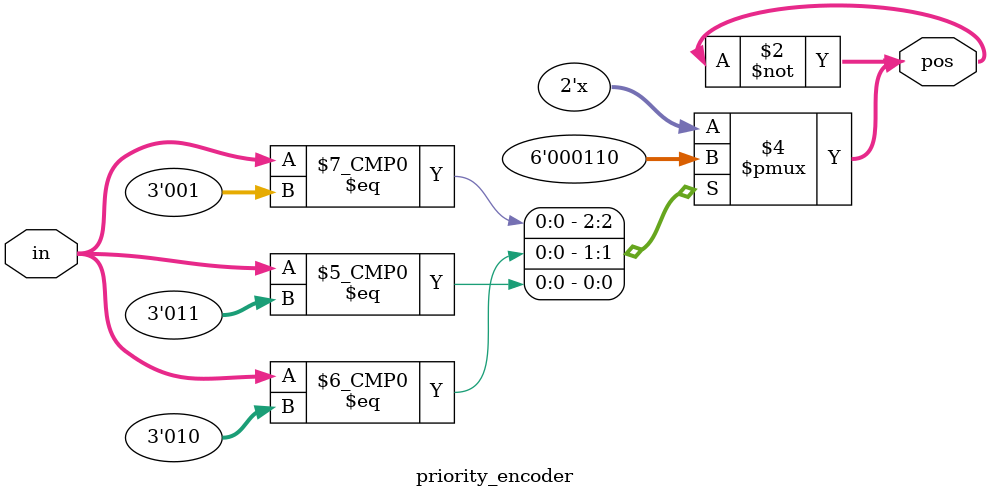
<source format=v>
module priority_encoder( 
input [2:0] in,
output reg [1:0] pos ); 
// When sel=1, assign b to out
// and sel=0, assign a to out
always @(*)
case (in)
2'b00:
#1 pos = 2'bxx;
2'b01:
#1 pos = 2'b00;
2'b10:
#1 pos = 2'b01;
2'b11:
#1 pos = 2'b10;
endcase
assign pos = ~pos; 
endmodule

</source>
